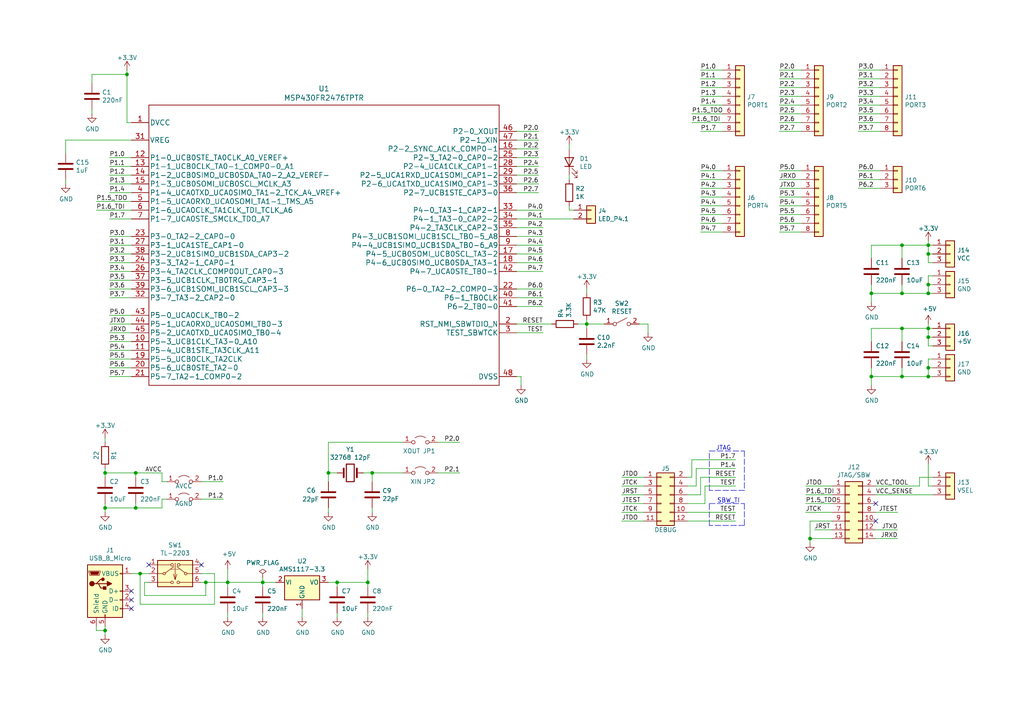
<source format=kicad_sch>
(kicad_sch (version 20211123) (generator eeschema)
  (paper "A4")
  (title_block (title "MSP430 FR2476 Proto board") (date "2022-09-11") (rev "1.2") (company "Mathias Gruber"))
  (lib_symbols
    (symbol "Connector:USB_B_Micro" (pin_names (offset 1.016))
      (property "Reference" "J" (at -5.08 11.43 0))
      (property "Value" "USB_B_Micro" (at -5.08 8.89 0))
      (symbol "USB_B_Micro_1_1"
        (pin power_out line (at 7.62 5.08 180) (length 2.54) (name "VBUS") (number "1"))
        (pin bidirectional line (at 7.62 -2.54 180) (length 2.54) (name "D-") (number "2"))
        (pin bidirectional line (at 7.62 0 180) (length 2.54) (name "D+") (number "3"))
        (pin passive line (at 7.62 -5.08 180) (length 2.54) (name "ID") (number "4"))
        (pin power_out line (at 0 -10.16 90) (length 2.54) (name "GND") (number "5"))
        (pin passive line (at -2.54 -10.16 90) (length 2.54) (name "Shield") (number "6"))
      )
    )
    (symbol "Connector_Generic:Conn_01x02" (pin_names (offset 1.016) hide)
      (property "Reference" "J" (at 0 2.54 0))
      (property "Value" "Conn_01x02" (at 0 -5.08 0))
      (symbol "Conn_01x02_1_1"
        (pin passive line (at -5.08 0 0) (length 3.81) (name "Pin_1") (number "1"))
        (pin passive line (at -5.08 -2.54 0) (length 3.81) (name "Pin_2") (number "2"))
      )
    )
    (symbol "Connector_Generic:Conn_01x03" (pin_names (offset 1.016) hide)
      (property "Reference" "J" (at 0 5.08 0))
      (property "Value" "Conn_01x03" (at 0 -5.08 0))
      (symbol "Conn_01x03_1_1"
        (pin passive line (at -5.08 2.54 0) (length 3.81) (name "Pin_1") (number "1"))
        (pin passive line (at -5.08 0 0) (length 3.81) (name "Pin_2") (number "2"))
        (pin passive line (at -5.08 -2.54 0) (length 3.81) (name "Pin_3") (number "3"))
      )
    )
    (symbol "Connector_Generic:Conn_01x08" (pin_names (offset 1.016) hide)
      (property "Reference" "J" (at 0 10.16 0))
      (property "Value" "Conn_01x08" (at 0 -12.7 0))
      (symbol "Conn_01x08_1_1"
        (pin passive line (at -5.08 7.62 0) (length 3.81) (name "Pin_1") (number "1"))
        (pin passive line (at -5.08 5.08 0) (length 3.81) (name "Pin_2") (number "2"))
        (pin passive line (at -5.08 2.54 0) (length 3.81) (name "Pin_3") (number "3"))
        (pin passive line (at -5.08 0 0) (length 3.81) (name "Pin_4") (number "4"))
        (pin passive line (at -5.08 -2.54 0) (length 3.81) (name "Pin_5") (number "5"))
        (pin passive line (at -5.08 -5.08 0) (length 3.81) (name "Pin_6") (number "6"))
        (pin passive line (at -5.08 -7.62 0) (length 3.81) (name "Pin_7") (number "7"))
        (pin passive line (at -5.08 -10.16 0) (length 3.81) (name "Pin_8") (number "8"))
      )
    )
    (symbol "Connector_Generic:Conn_02x06_Odd_Even" (pin_names (offset 1.016) hide)
      (property "Reference" "J" (at 1.27 7.62 0))
      (property "Value" "Conn_02x06_Odd_Even" (at 1.27 -10.16 0))
      (symbol "Conn_02x06_Odd_Even_1_1"
        (pin passive line (at -5.08 5.08 0) (length 3.81) (name "Pin_1") (number "1"))
        (pin passive line (at 7.62 -5.08 180) (length 3.81) (name "Pin_10") (number "10"))
        (pin passive line (at -5.08 -7.62 0) (length 3.81) (name "Pin_11") (number "11"))
        (pin passive line (at 7.62 -7.62 180) (length 3.81) (name "Pin_12") (number "12"))
        (pin passive line (at 7.62 5.08 180) (length 3.81) (name "Pin_2") (number "2"))
        (pin passive line (at -5.08 2.54 0) (length 3.81) (name "Pin_3") (number "3"))
        (pin passive line (at 7.62 2.54 180) (length 3.81) (name "Pin_4") (number "4"))
        (pin passive line (at -5.08 0 0) (length 3.81) (name "Pin_5") (number "5"))
        (pin passive line (at 7.62 0 180) (length 3.81) (name "Pin_6") (number "6"))
        (pin passive line (at -5.08 -2.54 0) (length 3.81) (name "Pin_7") (number "7"))
        (pin passive line (at 7.62 -2.54 180) (length 3.81) (name "Pin_8") (number "8"))
        (pin passive line (at -5.08 -5.08 0) (length 3.81) (name "Pin_9") (number "9"))
      )
    )
    (symbol "Connector_Generic:Conn_02x07_Odd_Even" (pin_names (offset 1.016) hide)
      (property "Reference" "J" (at 1.27 10.16 0))
      (property "Value" "Conn_02x07_Odd_Even" (at 1.27 -10.16 0))
      (symbol "Conn_02x07_Odd_Even_1_1"
        (pin passive line (at -5.08 7.62 0) (length 3.81) (name "Pin_1") (number "1"))
        (pin passive line (at 7.62 -2.54 180) (length 3.81) (name "Pin_10") (number "10"))
        (pin passive line (at -5.08 -5.08 0) (length 3.81) (name "Pin_11") (number "11"))
        (pin passive line (at 7.62 -5.08 180) (length 3.81) (name "Pin_12") (number "12"))
        (pin passive line (at -5.08 -7.62 0) (length 3.81) (name "Pin_13") (number "13"))
        (pin passive line (at 7.62 -7.62 180) (length 3.81) (name "Pin_14") (number "14"))
        (pin passive line (at 7.62 7.62 180) (length 3.81) (name "Pin_2") (number "2"))
        (pin passive line (at -5.08 5.08 0) (length 3.81) (name "Pin_3") (number "3"))
        (pin passive line (at 7.62 5.08 180) (length 3.81) (name "Pin_4") (number "4"))
        (pin passive line (at -5.08 2.54 0) (length 3.81) (name "Pin_5") (number "5"))
        (pin passive line (at 7.62 2.54 180) (length 3.81) (name "Pin_6") (number "6"))
        (pin passive line (at -5.08 0 0) (length 3.81) (name "Pin_7") (number "7"))
        (pin passive line (at 7.62 0 180) (length 3.81) (name "Pin_8") (number "8"))
        (pin passive line (at -5.08 -2.54 0) (length 3.81) (name "Pin_9") (number "9"))
      )
    )
    (symbol "Device:C" (pin_numbers hide) (pin_names (offset 0.254))
      (property "Reference" "C" (at 0.635 2.54 0))
      (property "Value" "C" (at 0.635 -2.54 0))
      (symbol "C_1_1"
        (pin passive line (at 0 3.81 270) (length 2.794) (name "~") (number "1"))
        (pin passive line (at 0 -3.81 90) (length 2.794) (name "~") (number "2"))
      )
    )
    (symbol "Device:Crystal" (pin_numbers hide) (pin_names (offset 1.016) hide)
      (property "Reference" "Y" (at 0 3.81 0))
      (property "Value" "Crystal" (at 0 -3.81 0))
      (symbol "Crystal_1_1"
        (pin passive line (at -3.81 0 0) (length 1.27) (name "1") (number "1"))
        (pin passive line (at 3.81 0 180) (length 1.27) (name "2") (number "2"))
      )
    )
    (symbol "Device:LED" (pin_numbers hide) (pin_names (offset 1.016) hide)
      (property "Reference" "D" (at 0 2.54 0))
      (property "Value" "LED" (at 0 -2.54 0))
      (symbol "LED_1_1"
        (pin passive line (at -3.81 0 0) (length 2.54) (name "K") (number "1"))
        (pin passive line (at 3.81 0 180) (length 2.54) (name "A") (number "2"))
      )
    )
    (symbol "Device:R" (pin_numbers hide) (pin_names (offset 0))
      (property "Reference" "R" (at 2.032 0 90))
      (property "Value" "R" (at 0 0 90))
      (symbol "R_1_1"
        (pin passive line (at 0 3.81 270) (length 1.27) (name "~") (number "1"))
        (pin passive line (at 0 -3.81 90) (length 1.27) (name "~") (number "2"))
      )
    )
    (symbol "Jumper:Jumper_2_Open" (pin_names (offset 0) hide)
      (property "Reference" "JP" (at 0 2.794 0))
      (property "Value" "Jumper_2_Open" (at 0 -2.286 0))
      (symbol "Jumper_2_Open_1_1"
        (pin passive line (at -5.08 0 0) (length 2.54) (name "A") (number "1"))
        (pin passive line (at 5.08 0 180) (length 2.54) (name "B") (number "2"))
      )
    )
    (symbol "MSP430FR2476TPTR:MSP430FR2476TPTR" (pin_names (offset 0.254))
      (property "Reference" "U" (at -22.86 41.91 0))
      (property "Value" "MSP430FR2476TPTR" (at 0 -43.18 0))
      (symbol "MSP430FR2476TPTR_1_1"
        (pin power_in line (at -55.88 35.56 0) (length 5.08) (name "DVCC") (number "1"))
        (pin bidirectional line (at -55.88 -27.94 0) (length 5.08) (name "P5-3_UCB1CLK_TA3-0_A10") (number "10"))
        (pin bidirectional line (at -55.88 -30.48 0) (length 5.08) (name "P5-4_UCB1STE_TA3CLK_A11") (number "11"))
        (pin bidirectional line (at -55.88 25.4 0) (length 5.08) (name "P1-0_UCB0STE_TA0CLK_A0_VEREF+") (number "12"))
        (pin bidirectional line (at -55.88 22.86 0) (length 5.08) (name "P1-1_UCB0CLK_TA0-1_COMP0-0_A1") (number "13"))
        (pin bidirectional line (at -55.88 20.32 0) (length 5.08) (name "P1-2_UCB0SIMO_UCB0SDA_TA0-2_A2_VEREF-") (number "14"))
        (pin bidirectional line (at -55.88 17.78 0) (length 5.08) (name "P1-3_UCB0SOMI_UCB0SCL_MCLK_A3") (number "15"))
        (pin bidirectional line (at 55.88 27.94 180) (length 5.08) (name "P2-2_SYNC_ACLK_COMP0-1") (number "16"))
        (pin bidirectional line (at 55.88 -2.54 180) (length 5.08) (name "P4-5_UCB0SOMI_UCB0SCL_TA3-2") (number "17"))
        (pin bidirectional line (at 55.88 -5.08 180) (length 5.08) (name "P4-6_UCB0SIMO_UCB0SDA_TA3-1") (number "18"))
        (pin bidirectional line (at -55.88 -33.02 0) (length 5.08) (name "P5-5_UCB0CLK_TA2CLK") (number "19"))
        (pin bidirectional line (at 55.88 -22.86 180) (length 5.08) (name "RST_NMI_SBWTDIO_N") (number "2"))
        (pin bidirectional line (at -55.88 -35.56 0) (length 5.08) (name "P5-6_UCB0STE_TA2-0") (number "20"))
        (pin bidirectional line (at -55.88 -38.1 0) (length 5.08) (name "P5-7_TA2-1_COMP0-2") (number "21"))
        (pin bidirectional line (at 55.88 -12.7 180) (length 5.08) (name "P6-0_TA2-2_COMP0-3") (number "22"))
        (pin bidirectional line (at -55.88 2.54 0) (length 5.08) (name "P3-0_TA2-2_CAP0-0") (number "23"))
        (pin bidirectional line (at -55.88 -5.08 0) (length 5.08) (name "P3-3_TA2-1_CAP0-1") (number "24"))
        (pin bidirectional line (at 55.88 25.4 180) (length 5.08) (name "P2-3_TA2-0_CAP0-2") (number "25"))
        (pin bidirectional line (at -55.88 -7.62 0) (length 5.08) (name "P3-4_TA2CLK_COMP0OUT_CAP0-3") (number "26"))
        (pin bidirectional line (at -55.88 0 0) (length 5.08) (name "P3-1_UCA1STE_CAP1-0") (number "27"))
        (pin bidirectional line (at 55.88 22.86 180) (length 5.08) (name "P2-4_UCA1CLK_CAP1-1") (number "28"))
        (pin bidirectional line (at 55.88 20.32 180) (length 5.08) (name "P2-5_UCA1RXD_UCA1SOMI_CAP1-2") (number "29"))
        (pin input line (at 55.88 -25.4 180) (length 5.08) (name "TEST_SBWTCK") (number "3"))
        (pin bidirectional line (at 55.88 17.78 180) (length 5.08) (name "P2-6_UCA1TXD_UCA1SIMO_CAP1-3") (number "30"))
        (pin power_out line (at -55.88 30.48 0) (length 5.08) (name "VREG") (number "31"))
        (pin bidirectional line (at -55.88 -15.24 0) (length 5.08) (name "P3-7_TA3-2_CAP2-0") (number "32"))
        (pin bidirectional line (at 55.88 10.16 180) (length 5.08) (name "P4-0_TA3-1_CAP2-1") (number "33"))
        (pin bidirectional line (at 55.88 7.62 180) (length 5.08) (name "P4-1_TA3-0_CAP2-2") (number "34"))
        (pin bidirectional line (at 55.88 5.08 180) (length 5.08) (name "P4-2_TA3CLK_CAP2-3") (number "35"))
        (pin bidirectional line (at 55.88 15.24 180) (length 5.08) (name "P2-7_UCB1STE_CAP3-0") (number "36"))
        (pin bidirectional line (at -55.88 -10.16 0) (length 5.08) (name "P3-5_UCB1CLK_TB0TRG_CAP3-1") (number "37"))
        (pin bidirectional line (at -55.88 -2.54 0) (length 5.08) (name "P3-2_UCB1SIMO_UCB1SDA_CAP3-2") (number "38"))
        (pin bidirectional line (at -55.88 -12.7 0) (length 5.08) (name "P3-6_UCB1SOMI_UCB1SCL_CAP3-3") (number "39"))
        (pin bidirectional line (at -55.88 15.24 0) (length 5.08) (name "P1-4_UCA0TXD_UCA0SIMO_TA1-2_TCK_A4_VREF+") (number "4"))
        (pin bidirectional line (at 55.88 -15.24 180) (length 5.08) (name "P6-1_TB0CLK") (number "40"))
        (pin bidirectional line (at 55.88 -17.78 180) (length 5.08) (name "P6-2_TB0-0") (number "41"))
        (pin bidirectional line (at 55.88 -7.62 180) (length 5.08) (name "P4-7_UCA0STE_TB0-1") (number "42"))
        (pin bidirectional line (at -55.88 -20.32 0) (length 5.08) (name "P5-0_UCA0CLK_TB0-2") (number "43"))
        (pin bidirectional line (at -55.88 -22.86 0) (length 5.08) (name "P5-1_UCA0RXD_UCA0SOMI_TB0-3") (number "44"))
        (pin bidirectional line (at -55.88 -25.4 0) (length 5.08) (name "P5-2_UCA0TXD_UCA0SIMO_TB0-4") (number "45"))
        (pin bidirectional line (at 55.88 33.02 180) (length 5.08) (name "P2-0_XOUT") (number "46"))
        (pin bidirectional line (at 55.88 30.48 180) (length 5.08) (name "P2-1_XIN") (number "47"))
        (pin power_in line (at 55.88 -38.1 180) (length 5.08) (name "DVSS") (number "48"))
        (pin bidirectional line (at -55.88 12.7 0) (length 5.08) (name "P1-5_UCA0RXD_UCA0SOMI_TA1-1_TMS_A5") (number "5"))
        (pin bidirectional line (at -55.88 10.16 0) (length 5.08) (name "P1-6_UCA0CLK_TA1CLK_TDI_TCLK_A6") (number "6"))
        (pin bidirectional line (at -55.88 7.62 0) (length 5.08) (name "P1-7_UCA0STE_SMCLK_TDO_A7") (number "7"))
        (pin bidirectional line (at 55.88 2.54 180) (length 5.08) (name "P4-3_UCB1SOMI_UCB1SCL_TB0-5_A8") (number "8"))
        (pin bidirectional line (at 55.88 0 180) (length 5.08) (name "P4-4_UCB1SIMO_UCB1SDA_TB0-6_A9") (number "9"))
      )
    )
    (symbol "Regulator_Linear:MCP1703A-3302_SOT89" (pin_names (offset 0.254))
      (property "Reference" "U" (at -3.81 3.175 0))
      (property "Value" "MCP1703A-3302_SOT89" (at 0 3.175 0))
      (symbol "MCP1703A-3302_SOT89_1_1"
        (pin power_in line (at 0 -7.62 90) (length 2.54) (name "GND") (number "1"))
        (pin power_in line (at -7.62 0 0) (length 2.54) (name "VI") (number "2"))
        (pin power_out line (at 7.62 0 180) (length 2.54) (name "VO") (number "3"))
      )
    )
    (symbol "Switch:SW_SPST" (pin_names (offset 0) hide)
      (property "Reference" "SW" (at 0 3.175 0))
      (property "Value" "SW_SPST" (at 0 -2.54 0))
      (symbol "SW_SPST_1_1"
        (pin passive line (at -5.08 0 0) (length 2.54) (name "A") (number "1"))
        (pin passive line (at 5.08 0 180) (length 2.54) (name "B") (number "2"))
      )
    )
    (symbol "TL-2203:TL-2203" (pin_names (offset 1.016))
      (property "Reference" "SW" (at -2.667 4.953 0))
      (property "Value" "TL-2203" (at -3.81 -5.08 0))
      (symbol "TL-2203_1_1"
        (pin passive line (at -7.62 2.54 0) (length 2.54) (name "~") (number "1"))
        (pin passive line (at -7.62 0 0) (length 2.54) (name "~") (number "2"))
        (pin passive line (at -7.62 -2.54 0) (length 2.54) (name "~") (number "3"))
        (pin passive line (at 7.62 2.54 180) (length 2.54) (name "~") (number "4"))
        (pin passive line (at 7.62 0 180) (length 2.54) (name "~") (number "5"))
        (pin passive line (at 7.62 -2.54 180) (length 2.54) (name "~") (number "6"))
      )
    )
    (symbol "power:+3.3V" (power) (pin_names (offset 0))
      (property "Value" "+3.3V" (at 0 3.556 0))
      (symbol "+3.3V_1_1"
        (pin power_in line (at 0 0 90) (length 0) hide (name "+3.3V") (number "1"))
      )
    )
    (symbol "power:+5V" (power) (pin_names (offset 0))
      (property "Value" "+5V" (at 0 3.556 0))
      (symbol "+5V_1_1"
        (pin power_in line (at 0 0 90) (length 0) hide (name "+5V") (number "1"))
      )
    )
    (symbol "power:GND" (power) (pin_names (offset 0))
      (property "Value" "GND" (at 0 -3.81 0))
      (symbol "GND_1_1"
        (pin power_in line (at 0 0 270) (length 0) hide (name "GND") (number "1"))
      )
    )
    (symbol "power:PWR_FLAG" (power) (pin_numbers hide) (pin_names (offset 0) hide)
      (property "Value" "PWR_FLAG" (at 0 3.81 0))
      (symbol "PWR_FLAG_0_0"
        (pin power_out line (at 0 0 90) (length 0) (name "pwr") (number "1"))
      )
    )
  )
  (junction (at 261.62 109.22))
  (junction (at 40.64 166.37))
  (junction (at 261.62 85.09))
  (junction (at 59.69 168.91))
  (junction (at 36.83 21.59))
  (junction (at 252.73 109.22))
  (junction (at 252.73 85.09))
  (junction (at 107.95 137.16))
  (junction (at 269.24 109.22))
  (junction (at 106.68 168.91))
  (junction (at 30.48 147.32))
  (junction (at 269.24 95.25))
  (junction (at 269.24 106.68))
  (junction (at 66.04 168.91))
  (junction (at 261.62 95.25))
  (junction (at 234.95 156.21))
  (junction (at 269.24 82.55))
  (junction (at 170.18 93.98))
  (junction (at 269.24 85.09))
  (junction (at 95.25 137.16))
  (junction (at 97.79 168.91))
  (junction (at 269.24 73.66))
  (junction (at 30.48 182.88))
  (junction (at 269.24 97.79))
  (junction (at 261.62 71.12))
  (junction (at 39.37 137.16))
  (junction (at 39.37 147.32))
  (junction (at 269.24 71.12))
  (junction (at 30.48 137.16))
  (junction (at 76.2 168.91))
  (no_connect (at 254 146.05))
  (no_connect (at 38.1 176.53))
  (no_connect (at 254 151.13))
  (no_connect (at 43.18 163.83))
  (no_connect (at 38.1 173.99))
  (no_connect (at 38.1 171.45))
  (no_connect (at 58.42 163.83))
  (wire (pts (xy 209.55 54.61) (xy 203.2 54.61)))
  (wire (pts (xy 41.91 168.91) (xy 41.91 172.72)))
  (wire (pts (xy 39.37 138.43) (xy 39.37 137.16)))
  (wire (pts (xy 30.48 148.59) (xy 30.48 147.32)))
  (wire (pts (xy 97.79 137.16) (xy 95.25 137.16)))
  (wire (pts (xy 270.51 85.09) (xy 269.24 85.09)))
  (wire (pts (xy 38.1 48.26) (xy 31.75 48.26)))
  (wire (pts (xy 149.86 68.58) (xy 157.48 68.58)))
  (wire (pts (xy 199.39 148.59) (xy 213.36 148.59)))
  (wire (pts (xy 269.24 95.25) (xy 269.24 97.79)))
  (wire (pts (xy 149.86 66.04) (xy 157.48 66.04)))
  (wire (pts (xy 165.1 52.07) (xy 165.1 50.8)))
  (wire (pts (xy 116.84 128.27) (xy 95.25 128.27)))
  (wire (pts (xy 209.55 62.23) (xy 203.2 62.23)))
  (wire (pts (xy 165.1 59.69) (xy 165.1 60.96)))
  (wire (pts (xy 232.41 20.32) (xy 226.06 20.32)))
  (wire (pts (xy 269.24 95.25) (xy 261.62 95.25)))
  (wire (pts (xy 59.69 168.91) (xy 66.04 168.91)))
  (wire (pts (xy 270.51 95.25) (xy 269.24 95.25)))
  (wire (pts (xy 149.86 96.52) (xy 157.48 96.52)))
  (wire (pts (xy 209.55 59.69) (xy 203.2 59.69)))
  (wire (pts (xy 46.99 144.78) (xy 46.99 147.32)))
  (wire (pts (xy 58.42 144.78) (xy 64.77 144.78)))
  (polyline (pts (xy 205.74 130.81) (xy 215.9 130.81)))
  (wire (pts (xy 149.86 83.82) (xy 157.48 83.82)))
  (wire (pts (xy 270.51 109.22) (xy 269.24 109.22)))
  (wire (pts (xy 39.37 147.32) (xy 30.48 147.32)))
  (wire (pts (xy 38.1 91.44) (xy 31.75 91.44)))
  (wire (pts (xy 236.22 153.67) (xy 241.3 153.67)))
  (wire (pts (xy 203.2 138.43) (xy 213.36 138.43)))
  (wire (pts (xy 209.55 49.53) (xy 203.2 49.53)))
  (wire (pts (xy 106.68 168.91) (xy 106.68 165.1)))
  (wire (pts (xy 59.69 168.91) (xy 58.42 168.91)))
  (wire (pts (xy 261.62 85.09) (xy 252.73 85.09)))
  (wire (pts (xy 66.04 170.18) (xy 66.04 168.91)))
  (wire (pts (xy 266.7 138.43) (xy 266.7 140.97)))
  (wire (pts (xy 209.55 64.77) (xy 203.2 64.77)))
  (wire (pts (xy 270.51 73.66) (xy 269.24 73.66)))
  (wire (pts (xy 62.23 175.26) (xy 40.64 175.26)))
  (wire (pts (xy 269.24 106.68) (xy 269.24 109.22)))
  (wire (pts (xy 38.1 55.88) (xy 31.75 55.88)))
  (wire (pts (xy 201.93 135.89) (xy 213.36 135.89)))
  (polyline (pts (xy 215.9 146.05) (xy 215.9 152.4)))
  (wire (pts (xy 261.62 82.55) (xy 261.62 85.09)))
  (wire (pts (xy 107.95 139.7) (xy 107.95 137.16)))
  (wire (pts (xy 180.34 138.43) (xy 186.69 138.43)))
  (wire (pts (xy 97.79 177.8) (xy 97.79 179.07)))
  (wire (pts (xy 255.27 33.02) (xy 248.92 33.02)))
  (polyline (pts (xy 205.74 142.24) (xy 205.74 130.81)))
  (wire (pts (xy 204.47 146.05) (xy 204.47 140.97)))
  (wire (pts (xy 36.83 35.56) (xy 36.83 21.59)))
  (wire (pts (xy 203.2 143.51) (xy 203.2 138.43)))
  (wire (pts (xy 107.95 148.59) (xy 107.95 147.32)))
  (wire (pts (xy 232.41 54.61) (xy 226.06 54.61)))
  (wire (pts (xy 209.55 27.94) (xy 203.2 27.94)))
  (wire (pts (xy 39.37 137.16) (xy 46.99 137.16)))
  (wire (pts (xy 95.25 148.59) (xy 95.25 147.32)))
  (wire (pts (xy 200.66 138.43) (xy 200.66 133.35)))
  (wire (pts (xy 38.1 99.06) (xy 31.75 99.06)))
  (wire (pts (xy 27.94 182.88) (xy 30.48 182.88)))
  (wire (pts (xy 209.55 67.31) (xy 203.2 67.31)))
  (wire (pts (xy 95.25 128.27) (xy 95.25 137.16)))
  (wire (pts (xy 180.34 140.97) (xy 186.69 140.97)))
  (wire (pts (xy 59.69 172.72) (xy 59.69 168.91)))
  (wire (pts (xy 106.68 177.8) (xy 106.68 179.07)))
  (wire (pts (xy 26.67 24.13) (xy 26.67 21.59)))
  (wire (pts (xy 27.94 181.61) (xy 27.94 182.88)))
  (wire (pts (xy 209.55 52.07) (xy 203.2 52.07)))
  (wire (pts (xy 255.27 49.53) (xy 248.92 49.53)))
  (wire (pts (xy 209.55 33.02) (xy 200.66 33.02)))
  (wire (pts (xy 234.95 156.21) (xy 234.95 157.48)))
  (wire (pts (xy 97.79 168.91) (xy 95.25 168.91)))
  (wire (pts (xy 269.24 69.85) (xy 269.24 71.12)))
  (wire (pts (xy 269.24 73.66) (xy 269.24 76.2)))
  (wire (pts (xy 40.64 166.37) (xy 43.18 166.37)))
  (polyline (pts (xy 205.74 152.4) (xy 205.74 146.05)))
  (wire (pts (xy 187.96 93.98) (xy 187.96 96.52)))
  (wire (pts (xy 209.55 38.1) (xy 203.2 38.1)))
  (wire (pts (xy 58.42 139.7) (xy 64.77 139.7)))
  (wire (pts (xy 241.3 151.13) (xy 234.95 151.13)))
  (wire (pts (xy 39.37 137.16) (xy 30.48 137.16)))
  (wire (pts (xy 261.62 99.06) (xy 261.62 95.25)))
  (wire (pts (xy 26.67 21.59) (xy 36.83 21.59)))
  (wire (pts (xy 199.39 151.13) (xy 213.36 151.13)))
  (wire (pts (xy 58.42 166.37) (xy 62.23 166.37)))
  (wire (pts (xy 38.1 81.28) (xy 31.75 81.28)))
  (wire (pts (xy 199.39 138.43) (xy 200.66 138.43)))
  (wire (pts (xy 261.62 95.25) (xy 252.73 95.25)))
  (wire (pts (xy 149.86 86.36) (xy 157.48 86.36)))
  (wire (pts (xy 46.99 139.7) (xy 48.26 139.7)))
  (wire (pts (xy 127 137.16) (xy 133.35 137.16)))
  (wire (pts (xy 38.1 96.52) (xy 31.75 96.52)))
  (wire (pts (xy 76.2 177.8) (xy 76.2 179.07)))
  (wire (pts (xy 241.3 156.21) (xy 234.95 156.21)))
  (wire (pts (xy 254 140.97) (xy 266.7 140.97)))
  (wire (pts (xy 36.83 21.59) (xy 36.83 20.32)))
  (wire (pts (xy 241.3 143.51) (xy 233.68 143.51)))
  (wire (pts (xy 38.1 53.34) (xy 31.75 53.34)))
  (wire (pts (xy 255.27 25.4) (xy 248.92 25.4)))
  (wire (pts (xy 175.26 93.98) (xy 170.18 93.98)))
  (wire (pts (xy 255.27 35.56) (xy 248.92 35.56)))
  (wire (pts (xy 180.34 143.51) (xy 186.69 143.51)))
  (wire (pts (xy 255.27 52.07) (xy 248.92 52.07)))
  (wire (pts (xy 38.1 78.74) (xy 31.75 78.74)))
  (wire (pts (xy 62.23 166.37) (xy 62.23 175.26)))
  (wire (pts (xy 76.2 170.18) (xy 76.2 168.91)))
  (wire (pts (xy 149.86 50.8) (xy 156.21 50.8)))
  (wire (pts (xy 66.04 168.91) (xy 76.2 168.91)))
  (wire (pts (xy 269.24 109.22) (xy 261.62 109.22)))
  (wire (pts (xy 209.55 57.15) (xy 203.2 57.15)))
  (wire (pts (xy 170.18 93.98) (xy 170.18 95.25)))
  (wire (pts (xy 209.55 30.48) (xy 203.2 30.48)))
  (wire (pts (xy 255.27 22.86) (xy 248.92 22.86)))
  (wire (pts (xy 76.2 168.91) (xy 80.01 168.91)))
  (polyline (pts (xy 205.74 146.05) (xy 215.9 146.05)))
  (wire (pts (xy 255.27 30.48) (xy 248.92 30.48)))
  (wire (pts (xy 254 143.51) (xy 270.51 143.51)))
  (wire (pts (xy 270.51 104.14) (xy 269.24 104.14)))
  (wire (pts (xy 199.39 140.97) (xy 201.93 140.97)))
  (wire (pts (xy 165.1 43.18) (xy 165.1 41.91)))
  (wire (pts (xy 149.86 48.26) (xy 156.21 48.26)))
  (wire (pts (xy 233.68 140.97) (xy 241.3 140.97)))
  (wire (pts (xy 151.13 109.22) (xy 151.13 111.76)))
  (wire (pts (xy 269.24 93.98) (xy 269.24 95.25)))
  (wire (pts (xy 234.95 151.13) (xy 234.95 156.21)))
  (wire (pts (xy 149.86 88.9) (xy 157.48 88.9)))
  (wire (pts (xy 209.55 35.56) (xy 200.66 35.56)))
  (wire (pts (xy 269.24 97.79) (xy 269.24 100.33)))
  (wire (pts (xy 254 148.59) (xy 260.35 148.59)))
  (wire (pts (xy 269.24 80.01) (xy 269.24 82.55)))
  (wire (pts (xy 105.41 137.16) (xy 107.95 137.16)))
  (wire (pts (xy 38.1 104.14) (xy 31.75 104.14)))
  (wire (pts (xy 252.73 85.09) (xy 252.73 82.55)))
  (wire (pts (xy 270.51 71.12) (xy 269.24 71.12)))
  (wire (pts (xy 149.86 63.5) (xy 166.37 63.5)))
  (wire (pts (xy 199.39 143.51) (xy 203.2 143.51)))
  (wire (pts (xy 149.86 43.18) (xy 156.21 43.18)))
  (wire (pts (xy 149.86 45.72) (xy 156.21 45.72)))
  (wire (pts (xy 170.18 104.14) (xy 170.18 102.87)))
  (wire (pts (xy 200.66 133.35) (xy 213.36 133.35)))
  (wire (pts (xy 149.86 93.98) (xy 160.02 93.98)))
  (wire (pts (xy 38.1 73.66) (xy 31.75 73.66)))
  (wire (pts (xy 38.1 71.12) (xy 31.75 71.12)))
  (wire (pts (xy 232.41 64.77) (xy 226.06 64.77)))
  (wire (pts (xy 38.1 93.98) (xy 31.75 93.98)))
  (wire (pts (xy 270.51 82.55) (xy 269.24 82.55)))
  (wire (pts (xy 38.1 60.96) (xy 27.94 60.96)))
  (polyline (pts (xy 215.9 142.24) (xy 205.74 142.24)))
  (wire (pts (xy 87.63 176.53) (xy 87.63 179.07)))
  (wire (pts (xy 204.47 140.97) (xy 213.36 140.97)))
  (wire (pts (xy 38.1 35.56) (xy 36.83 35.56)))
  (wire (pts (xy 201.93 140.97) (xy 201.93 135.89)))
  (wire (pts (xy 232.41 25.4) (xy 226.06 25.4)))
  (polyline (pts (xy 215.9 130.81) (xy 215.9 142.24)))
  (wire (pts (xy 66.04 165.1) (xy 66.04 168.91)))
  (wire (pts (xy 232.41 30.48) (xy 226.06 30.48)))
  (wire (pts (xy 261.62 74.93) (xy 261.62 71.12)))
  (wire (pts (xy 180.34 146.05) (xy 186.69 146.05)))
  (wire (pts (xy 156.21 40.64) (xy 149.86 40.64)))
  (wire (pts (xy 97.79 168.91) (xy 106.68 168.91)))
  (wire (pts (xy 209.55 25.4) (xy 203.2 25.4)))
  (wire (pts (xy 252.73 111.76) (xy 252.73 109.22)))
  (wire (pts (xy 254 153.67) (xy 260.35 153.67)))
  (wire (pts (xy 269.24 104.14) (xy 269.24 106.68)))
  (wire (pts (xy 30.48 181.61) (xy 30.48 182.88)))
  (wire (pts (xy 149.86 38.1) (xy 156.21 38.1)))
  (wire (pts (xy 127 128.27) (xy 133.35 128.27)))
  (wire (pts (xy 252.73 87.63) (xy 252.73 85.09)))
  (wire (pts (xy 269.24 140.97) (xy 269.24 134.62)))
  (wire (pts (xy 270.51 97.79) (xy 269.24 97.79)))
  (wire (pts (xy 66.04 177.8) (xy 66.04 179.07)))
  (wire (pts (xy 252.73 95.25) (xy 252.73 99.06)))
  (wire (pts (xy 107.95 137.16) (xy 116.84 137.16)))
  (wire (pts (xy 38.1 63.5) (xy 31.75 63.5)))
  (wire (pts (xy 38.1 45.72) (xy 31.75 45.72)))
  (wire (pts (xy 167.64 93.98) (xy 170.18 93.98)))
  (wire (pts (xy 30.48 127) (xy 30.48 128.27)))
  (wire (pts (xy 38.1 166.37) (xy 40.64 166.37)))
  (wire (pts (xy 97.79 170.18) (xy 97.79 168.91)))
  (wire (pts (xy 232.41 27.94) (xy 226.06 27.94)))
  (wire (pts (xy 254 156.21) (xy 260.35 156.21)))
  (wire (pts (xy 232.41 35.56) (xy 226.06 35.56)))
  (wire (pts (xy 232.41 22.86) (xy 226.06 22.86)))
  (wire (pts (xy 241.3 148.59) (xy 233.68 148.59)))
  (wire (pts (xy 255.27 54.61) (xy 248.92 54.61)))
  (wire (pts (xy 38.1 58.42) (xy 27.94 58.42)))
  (wire (pts (xy 40.64 166.37) (xy 40.64 175.26)))
  (wire (pts (xy 232.41 62.23) (xy 226.06 62.23)))
  (wire (pts (xy 252.73 71.12) (xy 252.73 74.93)))
  (wire (pts (xy 30.48 137.16) (xy 30.48 138.43)))
  (wire (pts (xy 269.24 100.33) (xy 270.51 100.33)))
  (wire (pts (xy 270.51 140.97) (xy 269.24 140.97)))
  (wire (pts (xy 269.24 71.12) (xy 261.62 71.12)))
  (wire (pts (xy 185.42 93.98) (xy 187.96 93.98)))
  (wire (pts (xy 76.2 168.91) (xy 76.2 167.64)))
  (wire (pts (xy 270.51 106.68) (xy 269.24 106.68)))
  (wire (pts (xy 255.27 38.1) (xy 248.92 38.1)))
  (wire (pts (xy 261.62 106.68) (xy 261.62 109.22)))
  (wire (pts (xy 106.68 168.91) (xy 106.68 170.18)))
  (wire (pts (xy 149.86 53.34) (xy 156.21 53.34)))
  (wire (pts (xy 232.41 49.53) (xy 226.06 49.53)))
  (wire (pts (xy 232.41 59.69) (xy 226.06 59.69)))
  (wire (pts (xy 209.55 22.86) (xy 203.2 22.86)))
  (wire (pts (xy 149.86 78.74) (xy 157.48 78.74)))
  (wire (pts (xy 232.41 67.31) (xy 226.06 67.31)))
  (wire (pts (xy 255.27 20.32) (xy 248.92 20.32)))
  (wire (pts (xy 38.1 83.82) (xy 31.75 83.82)))
  (wire (pts (xy 252.73 109.22) (xy 252.73 106.68)))
  (wire (pts (xy 19.05 40.64) (xy 19.05 44.45)))
  (wire (pts (xy 38.1 106.68) (xy 31.75 106.68)))
  (wire (pts (xy 266.7 138.43) (xy 270.51 138.43)))
  (wire (pts (xy 261.62 71.12) (xy 252.73 71.12)))
  (wire (pts (xy 39.37 146.05) (xy 39.37 147.32)))
  (wire (pts (xy 38.1 76.2) (xy 31.75 76.2)))
  (wire (pts (xy 149.86 73.66) (xy 157.48 73.66)))
  (wire (pts (xy 30.48 147.32) (xy 30.48 146.05)))
  (wire (pts (xy 255.27 27.94) (xy 248.92 27.94)))
  (wire (pts (xy 180.34 151.13) (xy 186.69 151.13)))
  (wire (pts (xy 269.24 85.09) (xy 261.62 85.09)))
  (wire (pts (xy 43.18 168.91) (xy 41.91 168.91)))
  (wire (pts (xy 26.67 31.75) (xy 26.67 33.02)))
  (wire (pts (xy 199.39 146.05) (xy 204.47 146.05)))
  (wire (pts (xy 149.86 55.88) (xy 156.21 55.88)))
  (wire (pts (xy 270.51 80.01) (xy 269.24 80.01)))
  (wire (pts (xy 38.1 40.64) (xy 19.05 40.64)))
  (wire (pts (xy 232.41 57.15) (xy 226.06 57.15)))
  (wire (pts (xy 170.18 85.09) (xy 170.18 83.82)))
  (wire (pts (xy 38.1 68.58) (xy 31.75 68.58)))
  (wire (pts (xy 38.1 50.8) (xy 31.75 50.8)))
  (wire (pts (xy 151.13 109.22) (xy 149.86 109.22)))
  (wire (pts (xy 95.25 139.7) (xy 95.25 137.16)))
  (wire (pts (xy 19.05 52.07) (xy 19.05 53.34)))
  (wire (pts (xy 261.62 109.22) (xy 252.73 109.22)))
  (wire (pts (xy 209.55 20.32) (xy 203.2 20.32)))
  (wire (pts (xy 149.86 76.2) (xy 157.48 76.2)))
  (polyline (pts (xy 215.9 152.4) (xy 205.74 152.4)))
  (wire (pts (xy 241.3 146.05) (xy 233.68 146.05)))
  (wire (pts (xy 232.41 52.07) (xy 226.06 52.07)))
  (wire (pts (xy 41.91 172.72) (xy 59.69 172.72)))
  (wire (pts (xy 46.99 147.32) (xy 39.37 147.32)))
  (wire (pts (xy 269.24 71.12) (xy 269.24 73.66)))
  (wire (pts (xy 232.41 38.1) (xy 226.06 38.1)))
  (wire (pts (xy 149.86 60.96) (xy 157.48 60.96)))
  (wire (pts (xy 30.48 182.88) (xy 30.48 184.15)))
  (wire (pts (xy 269.24 82.55) (xy 269.24 85.09)))
  (wire (pts (xy 170.18 92.71) (xy 170.18 93.98)))
  (wire (pts (xy 46.99 137.16) (xy 46.99 139.7)))
  (wire (pts (xy 269.24 76.2) (xy 270.51 76.2)))
  (wire (pts (xy 38.1 109.22) (xy 31.75 109.22)))
  (wire (pts (xy 180.34 148.59) (xy 186.69 148.59)))
  (wire (pts (xy 166.37 60.96) (xy 165.1 60.96)))
  (wire (pts (xy 149.86 71.12) (xy 157.48 71.12)))
  (wire (pts (xy 38.1 86.36) (xy 31.75 86.36)))
  (wire (pts (xy 30.48 135.89) (xy 30.48 137.16)))
  (wire (pts (xy 48.26 144.78) (xy 46.99 144.78)))
  (wire (pts (xy 38.1 101.6) (xy 31.75 101.6)))
  (wire (pts (xy 232.41 33.02) (xy 226.06 33.02)))
  (text "SBW_TI" (at 214.63 146.05 180) (effects (font (size 1.27 1.27)) (justify right bottom)))
  (text "JTAG" (at 212.09 130.81 180) (effects (font (size 1.27 1.27)) (justify right bottom)))
  (label "P5.4" (at 226.06 59.69 0))
  (label "P1.6_TDI" (at 200.66 35.56 0))
  (label "P1.7" (at 31.75 63.5 0))
  (label "P2.5" (at 226.06 33.02 0))
  (label "P3.2" (at 248.92 25.4 0))
  (label "P4.6" (at 203.2 64.77 0))
  (label "P3.7" (at 31.75 86.36 0))
  (label "P2.0" (at 156.21 38.1 180))
  (label "RESET" (at 213.36 151.13 180))
  (label "JTCK" (at 180.34 148.59 0))
  (label "P5.3" (at 31.75 99.06 0))
  (label "TEST" (at 157.48 96.52 180))
  (label "P5.6" (at 226.06 64.77 0))
  (label "P1.7" (at 203.2 38.1 0))
  (label "P6.2" (at 248.92 54.61 0))
  (label "P6.0" (at 157.48 83.82 180))
  (label "P6.2" (at 157.48 88.9 180))
  (label "P1.7" (at 213.36 133.35 180))
  (label "P4.2" (at 157.48 66.04 180))
  (label "JTDO" (at 180.34 151.13 0))
  (label "P1.0" (at 203.2 20.32 0))
  (label "P4.3" (at 203.2 57.15 0))
  (label "RESET" (at 157.48 93.98 180))
  (label "P1.1" (at 203.2 22.86 0))
  (label "P1.5_TDO" (at 233.68 146.05 0))
  (label "P3.3" (at 31.75 76.2 0))
  (label "JRXD" (at 260.35 156.21 180))
  (label "P1.0" (at 64.77 139.7 180))
  (label "P1.5_TDO" (at 27.94 58.42 0))
  (label "P1.6_TDI" (at 233.68 143.51 0))
  (label "P3.3" (at 248.92 27.94 0))
  (label "P2.3" (at 226.06 27.94 0))
  (label "P1.2" (at 203.2 25.4 0))
  (label "P6.1" (at 157.48 86.36 180))
  (label "P6.1" (at 248.92 52.07 0))
  (label "P4.3" (at 157.48 68.58 180))
  (label "P1.5_TDO" (at 200.66 33.02 0))
  (label "P2.0" (at 133.35 128.27 180))
  (label "P2.2" (at 226.06 25.4 0))
  (label "P5.7" (at 226.06 67.31 0))
  (label "JRST" (at 236.22 153.67 0))
  (label "P2.1" (at 226.06 22.86 0))
  (label "P5.4" (at 31.75 101.6 0))
  (label "VCC_SENSE" (at 254 143.51 0))
  (label "P4.7" (at 157.48 78.74 180))
  (label "P3.2" (at 31.75 73.66 0))
  (label "JTXD" (at 31.75 93.98 0))
  (label "JTDO" (at 233.68 140.97 0))
  (label "P3.0" (at 31.75 68.58 0))
  (label "P4.5" (at 157.48 73.66 180))
  (label "P4.2" (at 203.2 54.61 0))
  (label "P3.5" (at 248.92 33.02 0))
  (label "P2.1" (at 133.35 137.16 180))
  (label "P1.4" (at 213.36 135.89 180))
  (label "TEST" (at 213.36 140.97 180))
  (label "P2.4" (at 156.21 48.26 180))
  (label "P5.0" (at 31.75 91.44 0))
  (label "P3.7" (at 248.92 38.1 0))
  (label "P2.7" (at 156.21 55.88 180))
  (label "JTEST" (at 260.35 148.59 180))
  (label "P4.4" (at 157.48 71.12 180))
  (label "P4.7" (at 203.2 67.31 0))
  (label "AVCC" (at 46.99 137.16 180))
  (label "JTCK" (at 180.34 140.97 0))
  (label "P5.6" (at 31.75 106.68 0))
  (label "JTXD" (at 226.06 54.61 0))
  (label "P3.6" (at 248.92 35.56 0))
  (label "P3.1" (at 248.92 22.86 0))
  (label "P5.0" (at 226.06 49.53 0))
  (label "P6.0" (at 248.92 49.53 0))
  (label "P3.0" (at 248.92 20.32 0))
  (label "P3.6" (at 31.75 83.82 0))
  (label "JRXD" (at 226.06 52.07 0))
  (label "P3.4" (at 31.75 78.74 0))
  (label "JTEST" (at 180.34 146.05 0))
  (label "VCC_TOOL" (at 254 140.97 0))
  (label "JTDO" (at 180.34 138.43 0))
  (label "P1.4" (at 31.75 55.88 0))
  (label "P1.6_TDI" (at 27.94 60.96 0))
  (label "P4.1" (at 157.48 63.5 180))
  (label "JTCK" (at 233.68 148.59 0))
  (label "P3.5" (at 31.75 81.28 0))
  (label "P1.2" (at 31.75 50.8 0))
  (label "P5.5" (at 31.75 104.14 0))
  (label "P2.5" (at 156.21 50.8 180))
  (label "P5.5" (at 226.06 62.23 0))
  (label "P4.0" (at 157.48 60.96 180))
  (label "JTXD" (at 260.35 153.67 180))
  (label "P3.1" (at 31.75 71.12 0))
  (label "P1.3" (at 31.75 53.34 0))
  (label "P2.6" (at 226.06 35.56 0))
  (label "P5.3" (at 226.06 57.15 0))
  (label "P2.1" (at 156.21 40.64 180))
  (label "P1.2" (at 64.77 144.78 180))
  (label "P1.1" (at 31.75 48.26 0))
  (label "JRST" (at 180.34 143.51 0))
  (label "P5.7" (at 31.75 109.22 0))
  (label "TEST" (at 213.36 148.59 180))
  (label "P2.4" (at 226.06 30.48 0))
  (label "P3.4" (at 248.92 30.48 0))
  (label "P4.0" (at 203.2 49.53 0))
  (label "P1.4" (at 203.2 30.48 0))
  (label "P2.7" (at 226.06 38.1 0))
  (label "RESET" (at 213.36 138.43 180))
  (label "JRXD" (at 31.75 96.52 0))
  (label "P1.3" (at 203.2 27.94 0))
  (label "P4.1" (at 203.2 52.07 0))
  (label "P4.4" (at 203.2 59.69 0))
  (label "P4.5" (at 203.2 62.23 0))
  (label "P2.0" (at 226.06 20.32 0))
  (label "P2.2" (at 156.21 43.18 180))
  (label "P1.0" (at 31.75 45.72 0))
  (label "P2.6" (at 156.21 53.34 180))
  (label "P4.6" (at 157.48 76.2 180))
  (label "P2.3" (at 156.21 45.72 180))
  (symbol (lib_id "power:GND") (at 151.13 111.76 0) (unit 1)
    (property "Reference" "#PWR015" (effects hide))
    (property "Value" "GND" (at 151.257 116.1542 0))
  )
  (symbol (lib_id "Connector:USB_B_Micro") (at 30.48 171.45 0) (unit 1)
    (property "Reference" "J1" (at 31.9278 159.5882 0))
    (property "Value" "USB_B_Micro" (at 31.9278 161.8996 0))
    (property "Footprint" "lib:USB_Micro-B_Molex-105017-0001-handsolder" (effects hide))
    (property "LCSC" "C10418" (effects hide))
    (property "Descr" "1 1A 母座 USB - Micro B 5 USB 2.0 SMD USB Connectors ROHS" (effects hide))
  )
  (symbol (lib_id "Connector_Generic:Conn_02x07_Odd_Even") (at 246.38 148.59 0) (unit 1)
    (property "Reference" "J12" (at 247.65 135.4582 0))
    (property "Value" "JTAG/SBW" (at 247.65 137.7696 0))
    (property "Footprint" "Connector_IDC:IDC-Header_2x07_P2.54mm_Vertical" (effects hide))
  )
  (symbol (lib_id "power:+5V") (at 66.04 165.1 0) (unit 1)
    (property "Reference" "#PWR06" (effects hide))
    (property "Value" "+5V" (at 66.421 160.7058 0))
  )
  (symbol (lib_id "Connector_Generic:Conn_01x03") (at 275.59 140.97 0) (unit 1)
    (property "Reference" "J13" (at 277.622 139.9032 0) (effects (justify left)))
    (property "Value" "VSEL" (at 277.622 142.2146 0) (effects (justify left)))
    (property "Footprint" "Connector_PinHeader_2.54mm:PinHeader_1x03_P2.54mm_Vertical" (effects hide))
  )
  (symbol (lib_id "power:GND") (at 234.95 157.48 0) (unit 1)
    (property "Reference" "#PWR019" (effects hide))
    (property "Value" "GND" (at 235.077 161.8742 0))
  )
  (symbol (lib_id "Device:R") (at 170.18 88.9 0) (unit 1)
    (property "Reference" "R3" (at 171.958 87.7316 0) (effects (justify left)))
    (property "Value" "47K" (at 171.958 90.043 0) (effects (justify left)))
    (property "Footprint" "Resistor_SMD:R_0603_1608Metric_Pad0.98x0.95mm_HandSolder" (effects hide))
    (property "Descr" "0603 Chip Resistor - Surface Mount ROHS" (effects hide))
  )
  (symbol (lib_id "Device:C") (at 170.18 99.06 0) (unit 1)
    (property "Reference" "C10" (at 173.101 97.8916 0) (effects (justify left)))
    (property "Value" "2.2nF" (at 173.101 100.203 0) (effects (justify left)))
    (property "Footprint" "Capacitor_SMD:C_0603_1608Metric_Pad1.08x0.95mm_HandSolder" (effects hide))
    (property "Descr" "X7R 2.2nF ±10% 50V 0603 Multilayer Ceramic Capacitors MLCC - SMD/SMT ROHS" (effects hide))
    (property "LCSC" "C1604" (effects hide))
  )
  (symbol (lib_id "power:GND") (at 170.18 104.14 0) (unit 1)
    (property "Reference" "#PWR018" (effects hide))
    (property "Value" "GND" (at 170.307 108.5342 0))
  )
  (symbol (lib_id "power:GND") (at 30.48 184.15 0) (unit 1)
    (property "Reference" "#PWR05" (effects hide))
    (property "Value" "GND" (at 30.607 188.5442 0))
  )
  (symbol (lib_id "Regulator_Linear:MCP1703A-3302_SOT89") (at 87.63 168.91 0) (unit 1)
    (property "Reference" "U2" (at 87.63 162.7632 0))
    (property "Value" "AMS1117-3.3" (at 87.63 165.0746 0))
    (property "Footprint" "Package_TO_SOT_SMD:SOT-89-3_Handsoldering" (effects hide))
    (property "Datasheet" "http://ww1.microchip.com/downloads/en/DeviceDoc/20005122B.pdf" (effects hide))
    (property "LCSC" "C14289" (effects hide))
    (property "Descr" "SOT-89(SOT-89-3) Linear Voltage Regulators (LDO) ROHS" (effects hide))
  )
  (symbol (lib_id "Device:C") (at 26.67 27.94 0) (unit 1)
    (property "Reference" "C1" (at 29.591 26.7716 0) (effects (justify left)))
    (property "Value" "220nF" (at 29.591 29.083 0) (effects (justify left)))
    (property "Footprint" "Capacitor_SMD:C_0603_1608Metric_Pad1.08x0.95mm_HandSolder" (effects hide))
    (property "LCSC" "C21120" (effects hide))
    (property "Descr" "0603 Multilayer Ceramic Capacitors MLCC - SMD/SMT ROHS" (effects hide))
  )
  (symbol (lib_id "power:GND") (at 26.67 33.02 0) (unit 1)
    (property "Reference" "#PWR01" (effects hide))
    (property "Value" "GND" (at 26.797 37.4142 0))
  )
  (symbol (lib_id "Device:C") (at 76.2 173.99 0) (unit 1)
    (property "Reference" "C5" (at 77.47 171.45 0) (effects (justify left)))
    (property "Value" "220nF" (at 77.47 176.53 0) (effects (justify left)))
    (property "Footprint" "Capacitor_SMD:C_0603_1608Metric_Pad1.08x0.95mm_HandSolder" (effects hide))
    (property "LCSC" "C21120" (effects hide))
    (property "Descr" "0603 Multilayer Ceramic Capacitors MLCC - SMD/SMT ROHS" (effects hide))
  )
  (symbol (lib_id "Device:C") (at 66.04 173.99 0) (unit 1)
    (property "Reference" "C4" (at 67.31 171.45 0) (effects (justify left)))
    (property "Value" "10uF" (at 67.31 176.53 0) (effects (justify left)))
    (property "Footprint" "Capacitor_SMD:C_0603_1608Metric_Pad1.08x0.95mm_HandSolder" (effects hide))
    (property "Descr" "0603 Multilayer Ceramic Capacitors MLCC - SMD/SMT ROHS" (effects hide))
    (property "LCSC" "C19702" (effects hide))
  )
  (symbol (lib_id "MSP430FR2476TPTR:MSP430FR2476TPTR") (at 93.98 71.12 0) (unit 1)
    (property "Reference" "U1" (at 93.98 25.7048 0) (effects (font (size 1.524 1.524))))
    (property "Value" "MSP430FR2476TPTR" (at 93.98 28.3972 0) (effects (font (size 1.524 1.524))))
    (property "Footprint" "Package_QFP:LQFP-48_7x7mm_P0.5mm" (effects hide))
  )
  (symbol (lib_id "Device:C") (at 39.37 142.24 0) (unit 1)
    (property "Reference" "C3" (at 40.64 139.7 0) (effects (justify left)))
    (property "Value" "220nF" (at 40.64 144.78 0) (effects (justify left)))
    (property "Footprint" "Capacitor_SMD:C_0603_1608Metric_Pad1.08x0.95mm_HandSolder" (effects hide))
    (property "LCSC" "C21120" (effects hide))
    (property "Descr" "0603 Multilayer Ceramic Capacitors MLCC - SMD/SMT ROHS" (effects hide))
  )
  (symbol (lib_id "Switch:SW_SPST") (at 180.34 93.98 0) (unit 1)
    (property "Reference" "SW2" (at 180.34 88.011 0))
    (property "Value" "RESET" (at 180.34 90.3224 0))
    (property "Footprint" "lib:SW_Push_SPST_NO_Alps_SKRK_handsolder" (effects hide))
    (property "LCSC" "C720477" (effects hide))
    (property "Descr" "SMD,3×4×2.0mm Tactile Switches ROHS" (effects hide))
  )
  (symbol (lib_id "Connector_Generic:Conn_01x08") (at 214.63 27.94 0) (unit 1)
    (property "Reference" "J7" (at 216.662 28.1432 0) (effects (justify left)))
    (property "Value" "PORT1" (at 216.662 30.4546 0) (effects (justify left)))
    (property "Footprint" "Connector_PinHeader_2.54mm:PinHeader_1x08_P2.54mm_Vertical" (effects hide))
  )
  (symbol (lib_id "power:GND") (at 187.96 96.52 0) (unit 1)
    (property "Reference" "#PWR0101" (effects hide))
    (property "Value" "GND" (at 188.087 100.9142 0))
  )
  (symbol (lib_id "Connector_Generic:Conn_01x08") (at 237.49 27.94 0) (unit 1)
    (property "Reference" "J9" (at 239.522 28.1432 0) (effects (justify left)))
    (property "Value" "PORT2" (at 239.522 30.4546 0) (effects (justify left)))
    (property "Footprint" "Connector_PinHeader_2.54mm:PinHeader_1x08_P2.54mm_Vertical" (effects hide))
  )
  (symbol (lib_id "Connector_Generic:Conn_01x08") (at 260.35 27.94 0) (unit 1)
    (property "Reference" "J11" (at 262.382 28.1432 0) (effects (justify left)))
    (property "Value" "PORT3" (at 262.382 30.4546 0) (effects (justify left)))
    (property "Footprint" "Connector_PinHeader_2.54mm:PinHeader_1x08_P2.54mm_Vertical" (effects hide))
  )
  (symbol (lib_id "power:GND") (at 87.63 179.07 0) (unit 1)
    (property "Reference" "#PWR09" (effects hide))
    (property "Value" "GND" (at 87.757 183.4642 0))
  )
  (symbol (lib_id "power:GND") (at 76.2 179.07 0) (unit 1)
    (property "Reference" "#PWR08" (effects hide))
    (property "Value" "GND" (at 76.327 183.4642 0))
  )
  (symbol (lib_id "power:GND") (at 66.04 179.07 0) (unit 1)
    (property "Reference" "#PWR07" (effects hide))
    (property "Value" "GND" (at 66.167 183.4642 0))
  )
  (symbol (lib_id "Connector_Generic:Conn_01x08") (at 214.63 57.15 0) (unit 1)
    (property "Reference" "J6" (at 216.662 57.3532 0) (effects (justify left)))
    (property "Value" "PORT4" (at 216.662 59.6646 0) (effects (justify left)))
    (property "Footprint" "Connector_PinHeader_2.54mm:PinHeader_1x08_P2.54mm_Vertical" (effects hide))
  )
  (symbol (lib_id "Connector_Generic:Conn_01x08") (at 237.49 57.15 0) (unit 1)
    (property "Reference" "J8" (at 239.522 57.3532 0) (effects (justify left)))
    (property "Value" "PORT5" (at 239.522 59.6646 0) (effects (justify left)))
    (property "Footprint" "Connector_PinHeader_2.54mm:PinHeader_1x08_P2.54mm_Vertical" (effects hide))
  )
  (symbol (lib_id "Device:C") (at 30.48 142.24 0) (unit 1)
    (property "Reference" "C2" (at 31.75 139.7 0) (effects (justify left)))
    (property "Value" "10uF" (at 31.75 144.78 0) (effects (justify left)))
    (property "Footprint" "Capacitor_SMD:C_0603_1608Metric_Pad1.08x0.95mm_HandSolder" (effects hide))
    (property "Descr" "0603 Multilayer Ceramic Capacitors MLCC - SMD/SMT ROHS" (effects hide))
    (property "LCSC" "C19702" (effects hide))
  )
  (symbol (lib_id "Device:C") (at 97.79 173.99 0) (unit 1)
    (property "Reference" "C7" (at 99.06 171.45 0) (effects (justify left)))
    (property "Value" "10uF" (at 99.06 176.53 0) (effects (justify left)))
    (property "Footprint" "Capacitor_SMD:C_0603_1608Metric_Pad1.08x0.95mm_HandSolder" (effects hide))
    (property "Descr" "0603 Multilayer Ceramic Capacitors MLCC - SMD/SMT ROHS" (effects hide))
    (property "LCSC" "C19702" (effects hide))
  )
  (symbol (lib_id "Device:C") (at 106.68 173.99 0) (unit 1)
    (property "Reference" "C8" (at 107.95 171.45 0) (effects (justify left)))
    (property "Value" "220nF" (at 107.95 176.53 0) (effects (justify left)))
    (property "Footprint" "Capacitor_SMD:C_0603_1608Metric_Pad1.08x0.95mm_HandSolder" (effects hide))
    (property "LCSC" "C21120" (effects hide))
    (property "Descr" "0603 Multilayer Ceramic Capacitors MLCC - SMD/SMT ROHS" (effects hide))
  )
  (symbol (lib_id "Connector_Generic:Conn_02x06_Odd_Even") (at 191.77 143.51 0) (unit 1)
    (property "Reference" "J5" (at 193.04 135.89 0))
    (property "Value" "DEBUG" (at 193.04 153.67 0))
    (property "Footprint" "Connector_PinHeader_2.54mm:PinHeader_2x06_P2.54mm_Vertical" (effects hide))
  )
  (symbol (lib_id "power:GND") (at 97.79 179.07 0) (unit 1)
    (property "Reference" "#PWR011" (effects hide))
    (property "Value" "GND" (at 97.917 183.4642 0))
  )
  (symbol (lib_id "power:GND") (at 106.68 179.07 0) (unit 1)
    (property "Reference" "#PWR013" (effects hide))
    (property "Value" "GND" (at 106.807 183.4642 0))
  )
  (symbol (lib_id "Jumper:Jumper_2_Open") (at 121.92 137.16 0) (unit 1)
    (property "Reference" "JP2" (at 124.46 139.7 0))
    (property "Value" "XIN" (at 120.65 139.7 0))
    (property "Footprint" "Jumper:SolderJumper-2_P1.3mm_Open_RoundedPad1.0x1.5mm" (effects hide))
  )
  (symbol (lib_id "Jumper:Jumper_2_Open") (at 121.92 128.27 0) (unit 1)
    (property "Reference" "JP1" (at 124.46 130.81 0))
    (property "Value" "XOUT" (at 119.38 130.81 0))
    (property "Footprint" "Jumper:SolderJumper-2_P1.3mm_Open_RoundedPad1.0x1.5mm" (effects hide))
  )
  (symbol (lib_id "Connector_Generic:Conn_01x03") (at 260.35 52.07 0) (unit 1)
    (property "Reference" "J10" (at 262.382 52.2732 0) (effects (justify left)))
    (property "Value" "PORT6" (at 262.382 54.5846 0) (effects (justify left)))
    (property "Footprint" "Connector_PinHeader_2.54mm:PinHeader_1x03_P2.54mm_Vertical" (effects hide))
  )
  (symbol (lib_id "Device:R") (at 165.1 55.88 0) (unit 1)
    (property "Reference" "R2" (at 166.878 54.7116 0) (effects (justify left)))
    (property "Value" "1K" (at 166.878 57.023 0) (effects (justify left)))
    (property "Footprint" "Resistor_SMD:R_0603_1608Metric_Pad0.98x0.95mm_HandSolder" (effects hide))
    (property "Descr" "0603 Chip Resistor - Surface Mount ROHS" (effects hide))
    (property "LCSC" "C21190" (effects hide))
  )
  (symbol (lib_id "Device:LED") (at 165.1 46.99 90) (unit 1)
    (property "Reference" "D1" (at 168.0972 45.9994 90) (effects (justify right)))
    (property "Value" "LED" (at 168.0972 48.3108 90) (effects (justify right)))
    (property "Footprint" "LED_SMD:LED_0603_1608Metric_Pad1.05x0.95mm_HandSolder" (effects hide))
    (property "LCSC" "C72038" (effects hide))
    (property "Descr" "585.5~591.5nm 0603 Light Emitting Diodes (LED) ROHS" (effects hide))
  )
  (symbol (lib_id "Jumper:Jumper_2_Open") (at 53.34 139.7 0) (unit 1)
    (property "Reference" "JP3" (effects hide))
    (property "Value" "AVCC" (at 53.34 140.97 0))
    (property "Footprint" "Jumper:SolderJumper-2_P1.3mm_Open_RoundedPad1.0x1.5mm" (effects hide))
  )
  (symbol (lib_id "Jumper:Jumper_2_Open") (at 53.34 144.78 0) (unit 1)
    (property "Reference" "JP4" (effects hide))
    (property "Value" "AGND" (at 53.34 146.05 0))
    (property "Footprint" "Jumper:SolderJumper-2_P1.3mm_Open_RoundedPad1.0x1.5mm" (effects hide))
  )
  (symbol (lib_id "Device:R") (at 30.48 132.08 0) (unit 1)
    (property "Reference" "R1" (at 33.02 132.08 90))
    (property "Value" "22" (at 27.94 132.08 90))
    (property "Footprint" "Resistor_SMD:R_0603_1608Metric_Pad0.98x0.95mm_HandSolder" (effects hide))
    (property "Descr" "±1% ±200ppm/℃ 0.1W 22Ω 0603 Chip Resistor - Surface Mount ROHS" (effects hide))
    (property "LCSC" "C23345" (effects hide))
  )
  (symbol (lib_id "Connector_Generic:Conn_01x02") (at 171.45 60.96 0) (unit 1)
    (property "Reference" "J4" (at 173.482 61.1632 0) (effects (justify left)))
    (property "Value" "LED_P4.1" (at 173.482 63.4746 0) (effects (justify left)))
    (property "Footprint" "Connector_PinHeader_2.54mm:PinHeader_1x02_P2.54mm_Vertical" (effects hide))
  )
  (symbol (lib_id "power:GND") (at 107.95 148.59 0) (unit 1)
    (property "Reference" "#PWR014" (effects hide))
    (property "Value" "GND" (at 108.077 152.9842 0))
  )
  (symbol (lib_id "Device:Crystal") (at 101.6 137.16 180) (unit 1)
    (property "Reference" "Y1" (at 101.6 130.3528 0))
    (property "Value" "32768 12pF" (at 101.6 132.6642 0))
    (property "Footprint" "Crystal:Crystal_SMD_G8-2Pin_3.2x1.5mm_HandSoldering" (effects hide))
    (property "Descr" "SMD3215-2P Crystals ROHS" (effects hide))
    (property "LCSC" "C32346" (effects hide))
  )
  (symbol (lib_id "TL-2203:TL-2203") (at 50.8 166.37 0) (unit 1)
    (property "Reference" "SW1" (at 50.8 158.115 0))
    (property "Value" "TL-2203" (at 50.8 160.4264 0))
    (property "Footprint" "lib:TL-2203" (effects hide))
  )
  (symbol (lib_id "power:PWR_FLAG") (at 76.2 167.64 0) (unit 1)
    (property "Reference" "#FLG01" (effects hide))
    (property "Value" "PWR_FLAG" (at 76.2 163.2458 0))
  )
  (symbol (lib_id "Connector_Generic:Conn_01x03") (at 275.59 82.55 0) (unit 1)
    (property "Reference" "J15" (at 277.622 81.4832 0) (effects (justify left)))
    (property "Value" "GND" (at 277.622 83.7946 0) (effects (justify left)))
    (property "Footprint" "Connector_PinHeader_2.54mm:PinHeader_1x03_P2.54mm_Vertical" (effects hide))
  )
  (symbol (lib_id "Connector_Generic:Conn_01x03") (at 275.59 106.68 0) (unit 1)
    (property "Reference" "J17" (at 277.622 105.6132 0) (effects (justify left)))
    (property "Value" "GND" (at 277.622 107.9246 0) (effects (justify left)))
    (property "Footprint" "Connector_PinHeader_2.54mm:PinHeader_1x03_P2.54mm_Vertical" (effects hide))
  )
  (symbol (lib_id "Connector_Generic:Conn_01x03") (at 275.59 73.66 0) (unit 1)
    (property "Reference" "J14" (at 277.622 72.5932 0) (effects (justify left)))
    (property "Value" "VCC" (at 277.622 74.9046 0) (effects (justify left)))
    (property "Footprint" "Connector_PinHeader_2.54mm:PinHeader_1x03_P2.54mm_Vertical" (effects hide))
  )
  (symbol (lib_id "power:GND") (at 252.73 87.63 0) (unit 1)
    (property "Reference" "#PWR020" (effects hide))
    (property "Value" "GND" (at 252.857 92.0242 0))
  )
  (symbol (lib_id "power:GND") (at 252.73 111.76 0) (unit 1)
    (property "Reference" "#PWR021" (effects hide))
    (property "Value" "GND" (at 252.857 116.1542 0))
  )
  (symbol (lib_id "power:GND") (at 30.48 148.59 0) (unit 1)
    (property "Reference" "#PWR04" (effects hide))
    (property "Value" "GND" (at 30.607 152.9842 0))
  )
  (symbol (lib_id "Connector_Generic:Conn_01x03") (at 275.59 97.79 0) (unit 1)
    (property "Reference" "J16" (at 277.622 96.7232 0) (effects (justify left)))
    (property "Value" "+5V" (at 277.622 99.0346 0) (effects (justify left)))
    (property "Footprint" "Connector_PinHeader_2.54mm:PinHeader_1x03_P2.54mm_Vertical" (effects hide))
  )
  (symbol (lib_id "power:+5V") (at 269.24 93.98 0) (unit 1)
    (property "Reference" "#PWR024" (effects hide))
    (property "Value" "+5V" (at 269.621 89.5858 0))
  )
  (symbol (lib_id "Device:C") (at 261.62 78.74 0) (unit 1)
    (property "Reference" "C13" (at 262.89 76.2 0) (effects (justify left)))
    (property "Value" "10uF" (at 262.89 81.28 0) (effects (justify left)))
    (property "Footprint" "Capacitor_SMD:C_0603_1608Metric_Pad1.08x0.95mm_HandSolder" (effects hide))
    (property "Descr" "0603 Multilayer Ceramic Capacitors MLCC - SMD/SMT ROHS" (effects hide))
    (property "LCSC" "C19702" (effects hide))
  )
  (symbol (lib_id "Device:C") (at 252.73 78.74 0) (unit 1)
    (property "Reference" "C11" (at 254 76.2 0) (effects (justify left)))
    (property "Value" "220nF" (at 254 81.28 0) (effects (justify left)))
    (property "Footprint" "Capacitor_SMD:C_0603_1608Metric_Pad1.08x0.95mm_HandSolder" (effects hide))
    (property "LCSC" "C21120" (effects hide))
    (property "Descr" "0603 Multilayer Ceramic Capacitors MLCC - SMD/SMT ROHS" (effects hide))
  )
  (symbol (lib_id "Device:C") (at 261.62 102.87 0) (unit 1)
    (property "Reference" "C14" (at 262.89 100.33 0) (effects (justify left)))
    (property "Value" "10uF" (at 262.89 105.41 0) (effects (justify left)))
    (property "Footprint" "Capacitor_SMD:C_0603_1608Metric_Pad1.08x0.95mm_HandSolder" (effects hide))
    (property "Descr" "0603 Multilayer Ceramic Capacitors MLCC - SMD/SMT ROHS" (effects hide))
    (property "LCSC" "C19702" (effects hide))
  )
  (symbol (lib_id "Device:C") (at 252.73 102.87 0) (unit 1)
    (property "Reference" "C12" (at 254 100.33 0) (effects (justify left)))
    (property "Value" "220nF" (at 254 105.41 0) (effects (justify left)))
    (property "Footprint" "Capacitor_SMD:C_0603_1608Metric_Pad1.08x0.95mm_HandSolder" (effects hide))
    (property "LCSC" "C21120" (effects hide))
    (property "Descr" "0603 Multilayer Ceramic Capacitors MLCC - SMD/SMT ROHS" (effects hide))
  )
  (symbol (lib_id "Device:R") (at 163.83 93.98 90) (unit 1)
    (property "Reference" "R4" (at 162.6616 92.202 0) (effects (justify left)))
    (property "Value" "3.3K" (at 164.973 92.202 0) (effects (justify left)))
    (property "Footprint" "Resistor_SMD:R_0603_1608Metric_Pad0.98x0.95mm_HandSolder" (effects hide))
    (property "Descr" "3.3kΩ ±1% ±100ppm/℃ 0.1W 0603 Chip Resistor - Surface Mount ROHS" (effects hide))
    (property "LCSC" "C22978" (effects hide))
  )
  (symbol (lib_id "Device:C") (at 19.05 48.26 0) (unit 1)
    (property "Reference" "C15" (at 21.971 47.0916 0) (effects (justify left)))
    (property "Value" "1uF" (at 21.971 49.403 0) (effects (justify left)))
    (property "Footprint" "Capacitor_SMD:C_0603_1608Metric_Pad1.08x0.95mm_HandSolder" (effects hide))
    (property "Descr" "X5R ±10% 50V 1uF 0603 Multilayer Ceramic Capacitors MLCC - SMD/SMT ROHS" (effects hide))
    (property "LCSC" "C15849" (effects hide))
  )
  (symbol (lib_id "power:GND") (at 19.05 53.34 0) (unit 1)
    (property "Reference" "#PWR0102" (effects hide))
    (property "Value" "GND" (at 19.177 57.7342 0))
  )
  (symbol (lib_id "Device:C") (at 107.95 143.51 0) (unit 1)
    (property "Reference" "C9" (at 110.871 142.3416 0) (effects (justify left)))
    (property "Value" "22pF" (at 110.871 144.653 0) (effects (justify left)))
    (property "Footprint" "Capacitor_SMD:C_0603_1608Metric_Pad1.08x0.95mm_HandSolder" (effects hide))
    (property "Descr" "0603 Multilayer Ceramic Capacitors MLCC - SMD/SMT ROHS" (effects hide))
    (property "LCSC" "C1653" (effects hide))
  )
  (symbol (lib_id "Device:C") (at 95.25 143.51 0) (unit 1)
    (property "Reference" "C6" (at 88.9 142.24 0) (effects (justify left)))
    (property "Value" "22pF" (at 87.63 144.78 0) (effects (justify left)))
    (property "Footprint" "Capacitor_SMD:C_0603_1608Metric_Pad1.08x0.95mm_HandSolder" (effects hide))
    (property "Descr" "0603 Multilayer Ceramic Capacitors MLCC - SMD/SMT ROHS" (effects hide))
    (property "LCSC" "C1653" (effects hide))
  )
  (symbol (lib_id "power:GND") (at 95.25 148.59 0) (unit 1)
    (property "Reference" "#PWR010" (effects hide))
    (property "Value" "GND" (at 95.377 152.9842 0))
  )
  (symbol (lib_id "power:+3.3V") (at 165.1 41.91 0) (unit 1)
    (property "Reference" "#PWR0106" (effects hide))
    (property "Value" "+3.3V" (at 165.1 38.3342 0))
  )
  (symbol (lib_id "power:+3.3V") (at 30.48 127 0) (unit 1)
    (property "Reference" "#PWR0105" (effects hide))
    (property "Value" "+3.3V" (at 30.48 123.4242 0))
  )
  (symbol (lib_id "power:+3.3V") (at 36.83 20.32 0) (unit 1)
    (property "Reference" "#PWR0103" (effects hide))
    (property "Value" "+3.3V" (at 36.83 16.7442 0))
  )
  (symbol (lib_id "power:+3.3V") (at 170.18 83.82 0) (unit 1)
    (property "Reference" "#PWR0107" (effects hide))
    (property "Value" "+3.3V" (at 170.18 80.2442 0))
  )
  (symbol (lib_id "power:+3.3V") (at 269.24 134.62 0) (unit 1)
    (property "Reference" "#PWR0109" (effects hide))
    (property "Value" "+3.3V" (at 269.24 131.0442 0))
  )
  (symbol (lib_id "power:+3.3V") (at 106.68 165.1 0) (unit 1)
    (property "Reference" "#PWR0104" (effects hide))
    (property "Value" "+3.3V" (at 106.68 161.5242 0))
  )
  (symbol (lib_id "power:+3.3V") (at 269.24 69.85 0) (unit 1)
    (property "Reference" "#PWR0108" (effects hide))
    (property "Value" "+3.3V" (at 269.24 66.2742 0))
  )
)
</source>
